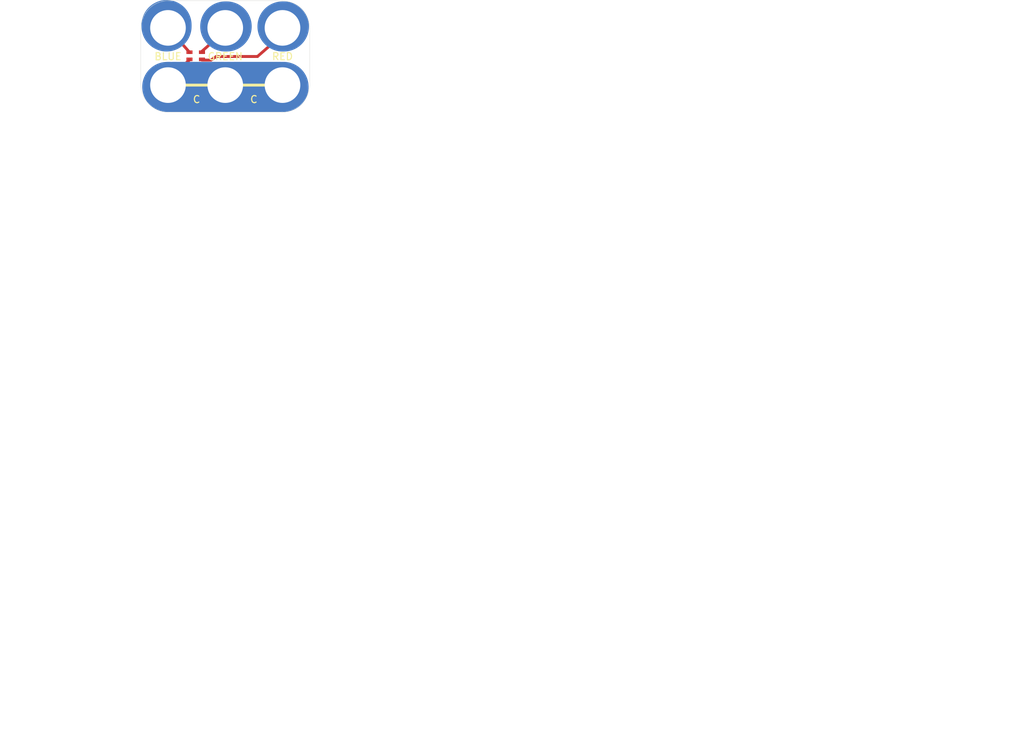
<source format=kicad_pcb>
(kicad_pcb (version 4) (host pcbnew 4.0.5-e0-6337~49~ubuntu16.04.1)

  (general
    (links 6)
    (no_connects 6)
    (area 1.3208 24.371199 144.165559 128.7018)
    (thickness 1.6)
    (drawings 1)
    (tracks 0)
    (zones 0)
    (modules 1)
    (nets 5)
  )

  (page USLetter)
  (title_block
    (title "2x3 LED RGB SMT")
    (date "21 Jan 2017")
    (rev v1.1)
    (company "All rights reserved.")
    (comment 1 help@browndoggadgets.com)
    (comment 2 http://browndoggadgets.com/)
    (comment 3 "Brown Dog Gadgets")
  )

  (layers
    (0 F.Cu signal)
    (31 B.Cu signal)
    (34 B.Paste user)
    (35 F.Paste user)
    (36 B.SilkS user)
    (37 F.SilkS user)
    (38 B.Mask user)
    (39 F.Mask user)
    (40 Dwgs.User user)
    (44 Edge.Cuts user)
    (46 B.CrtYd user)
    (47 F.CrtYd user)
    (48 B.Fab user)
    (49 F.Fab user)
  )

  (setup
    (last_trace_width 0.254)
    (user_trace_width 0.1524)
    (user_trace_width 0.254)
    (user_trace_width 0.3302)
    (user_trace_width 0.508)
    (user_trace_width 0.762)
    (user_trace_width 1.27)
    (trace_clearance 0.254)
    (zone_clearance 0.508)
    (zone_45_only no)
    (trace_min 0.1524)
    (segment_width 0.1524)
    (edge_width 0.1524)
    (via_size 0.6858)
    (via_drill 0.3302)
    (via_min_size 0.6858)
    (via_min_drill 0.3302)
    (user_via 0.6858 0.3302)
    (user_via 0.762 0.4064)
    (user_via 0.8636 0.508)
    (uvia_size 0.6858)
    (uvia_drill 0.3302)
    (uvias_allowed no)
    (uvia_min_size 0)
    (uvia_min_drill 0)
    (pcb_text_width 0.1524)
    (pcb_text_size 1.016 1.016)
    (mod_edge_width 0.1524)
    (mod_text_size 1.016 1.016)
    (mod_text_width 0.1524)
    (pad_size 1.524 1.524)
    (pad_drill 0.762)
    (pad_to_mask_clearance 0.0762)
    (solder_mask_min_width 0.1016)
    (pad_to_paste_clearance -0.0762)
    (aux_axis_origin 0 0)
    (visible_elements FFFEDF7D)
    (pcbplotparams
      (layerselection 0x310fc_80000001)
      (usegerberextensions true)
      (excludeedgelayer true)
      (linewidth 0.100000)
      (plotframeref false)
      (viasonmask false)
      (mode 1)
      (useauxorigin false)
      (hpglpennumber 1)
      (hpglpenspeed 20)
      (hpglpendiameter 15)
      (hpglpenoverlay 2)
      (psnegative false)
      (psa4output false)
      (plotreference true)
      (plotvalue true)
      (plotinvisibletext false)
      (padsonsilk false)
      (subtractmaskfromsilk false)
      (outputformat 1)
      (mirror false)
      (drillshape 0)
      (scaleselection 1)
      (outputdirectory gerbers))
  )

  (net 0 "")
  (net 1 VCC)
  (net 2 /B)
  (net 3 /R)
  (net 4 /G)

  (net_class Default "This is the default net class."
    (clearance 0.254)
    (trace_width 0.254)
    (via_dia 0.6858)
    (via_drill 0.3302)
    (uvia_dia 0.6858)
    (uvia_drill 0.3302)
    (add_net /B)
    (add_net /G)
    (add_net /R)
    (add_net VCC)
  )

  (module Crazy_Circuits:LED-RGB-0606-2x3 (layer F.Cu) (tedit 592C2E28) (tstamp 588474CB)
    (at 24.7924 36.5252)
    (descr "2.54mm pitch through hole centered 2x2")
    (path /58831339)
    (fp_text reference LED1 (at 3.9 -2.3) (layer F.Fab)
      (effects (font (size 1 1) (thickness 0.15)))
    )
    (fp_text value QBLP600-RGB (at 4 6) (layer F.Fab) hide
      (effects (font (size 1 1) (thickness 0.15)))
    )
    (fp_line (start 5.8 -4.4) (end 5.8 -4.9) (layer F.Fab) (width 0.1))
    (fp_line (start 5.8 -4.4) (end 7.1 -5.7) (layer F.Fab) (width 0.1))
    (fp_text user "Polarity Mark" (at 10 -6.5) (layer F.Fab)
      (effects (font (size 1 1) (thickness 0.15)))
    )
    (fp_text user 1 (at 2 -5.2) (layer F.Fab)
      (effects (font (size 1 1) (thickness 0.15)))
    )
    (fp_text user C (at 12 2) (layer F.SilkS)
      (effects (font (size 1 1) (thickness 0.15)))
    )
    (fp_text user C (at 4 2) (layer F.SilkS)
      (effects (font (size 1 1) (thickness 0.15)))
    )
    (fp_line (start 8 -8.2) (end 8.2 -8.2) (layer B.Cu) (width 7))
    (fp_circle (center 5.1 -4.1) (end 5.2 -4) (layer F.Fab) (width 0.1))
    (fp_line (start 4.8 -3.3) (end 4.8 -5) (layer F.Fab) (width 0.1))
    (fp_line (start 2.7 -3.3) (end 4.8 -3.3) (layer F.Fab) (width 0.1))
    (fp_line (start 2.7 -4.4) (end 2.7 -3.3) (layer F.Fab) (width 0.1))
    (fp_line (start 3.2 -5) (end 2.7 -4.4) (layer F.Fab) (width 0.1))
    (fp_line (start 3.2 -5) (end 4.8 -5) (layer F.Fab) (width 0.1))
    (fp_line (start 16 -11.8) (end 0.1 -11.8) (layer Edge.Cuts) (width 0.04064))
    (fp_line (start 16 3.8) (end 0.1 3.8) (layer Edge.Cuts) (width 0.04064))
    (fp_line (start 19.8 -0.1) (end 19.8 -7.9) (layer Edge.Cuts) (width 0.04064))
    (fp_line (start -3.8 -0.1) (end -3.8 -7.9) (layer Edge.Cuts) (width 0.04064))
    (fp_arc (start 15.9 -7.9) (end 15.9 -11.8) (angle 90) (layer Edge.Cuts) (width 0.04064))
    (fp_arc (start 15.9 -0.1) (end 19.8 -0.1) (angle 90) (layer Edge.Cuts) (width 0.04064))
    (fp_arc (start 0.1 -0.1) (end 0.1 3.8) (angle 90) (layer Edge.Cuts) (width 0.04064))
    (fp_arc (start 0.1 -7.9) (end -3.8 -7.9) (angle 90) (layer Edge.Cuts) (width 0.04064))
    (fp_line (start 16 -11.8) (end 0.1 -11.8) (layer F.Fab) (width 0.04064))
    (fp_line (start 16 3.8) (end 0.1 3.8) (layer F.Fab) (width 0.04064))
    (fp_line (start 19.8 -0.1) (end 19.8 -7.9) (layer F.Fab) (width 0.04064))
    (fp_line (start -3.8 -0.1) (end -3.8 -7.9) (layer F.Fab) (width 0.04064))
    (fp_arc (start 15.9 -7.9) (end 15.9 -11.8) (angle 90) (layer F.Fab) (width 0.04064))
    (fp_arc (start 15.9 -0.1) (end 19.8 -0.1) (angle 90) (layer F.Fab) (width 0.04064))
    (fp_arc (start 0.1 -0.1) (end 0.1 3.8) (angle 90) (layer F.Fab) (width 0.04064))
    (fp_arc (start 0.1 -7.9) (end -3.8 -7.9) (angle 90) (layer F.Fab) (width 0.04064))
    (fp_line (start -0.2 -8.2) (end -0.2 -8.4) (layer B.Cu) (width 7))
    (fp_line (start -0.2 -8.2) (end -0.2 -8.4) (layer B.Mask) (width 7))
    (fp_line (start 16.25 0.25) (end -0.25 0.25) (layer B.Mask) (width 7))
    (fp_line (start 3 -4.6) (end 0 -8) (layer F.Cu) (width 0.4))
    (fp_line (start 3.1 -3.6) (end -0.3 -0.6) (layer F.Cu) (width 0.4))
    (fp_line (start 4.6 -4.6) (end 8 -7.6) (layer F.Cu) (width 0.4))
    (fp_line (start 8 -8.2) (end 8.2 -8.2) (layer B.Mask) (width 7))
    (fp_line (start 16 -8.2) (end 16.2 -8.2) (layer B.Mask) (width 7))
    (fp_line (start 16 -8.2) (end 16.2 -8.2) (layer B.Cu) (width 7))
    (fp_line (start 4.75 -3.5) (end 6 -3.5) (layer F.Cu) (width 0.4))
    (fp_line (start 6 -3.5) (end 6.75 -4) (layer F.Cu) (width 0.4))
    (fp_line (start 6.75 -4) (end 12.5 -4) (layer F.Cu) (width 0.4))
    (fp_line (start 12.5 -4) (end 16.5 -7.5) (layer F.Cu) (width 0.4))
    (fp_line (start -0.1 0.25) (end 16.15 0.25) (layer B.Cu) (width 7))
    (fp_line (start 0.25 0) (end 16.5 0) (layer F.SilkS) (width 0.4))
    (fp_text user BLUE (at 0 -4) (layer F.SilkS)
      (effects (font (size 1 1) (thickness 0.15)))
    )
    (fp_text user RED (at 16 -4) (layer F.SilkS)
      (effects (font (size 1 1) (thickness 0.15)))
    )
    (fp_text user GREEN (at 8 -4) (layer F.SilkS)
      (effects (font (size 1 1) (thickness 0.15)))
    )
    (fp_line (start 6.3 -4.4) (end 5.8 -4.4) (layer F.Fab) (width 0.1))
    (pad 3 thru_hole circle (at 0 0) (size 6 6) (drill 4.98) (layers *.Cu *.Mask)
      (net 1 VCC))
    (pad 1 thru_hole circle (at 0 -8) (size 6 6) (drill 4.98) (layers *.Cu *.Mask)
      (net 2 /B))
    (pad 3 thru_hole circle (at 8 0) (size 6 6) (drill 4.98) (layers *.Cu *.Mask)
      (net 1 VCC))
    (pad 3 smd rect (at 3 -3.6) (size 0.85 0.5) (layers F.Cu F.Paste F.Mask)
      (net 1 VCC))
    (pad 1 smd rect (at 3 -4.6) (size 0.85 0.5) (layers F.Cu F.Paste F.Mask)
      (net 2 /B))
    (pad 4 smd rect (at 4.75 -3.6) (size 0.85 0.5) (layers F.Cu F.Paste F.Mask)
      (net 3 /R))
    (pad 2 smd rect (at 4.75 -4.6) (size 0.85 0.5) (layers F.Cu F.Paste F.Mask)
      (net 4 /G))
    (pad 2 thru_hole circle (at 8 -8) (size 6 6) (drill 4.98) (layers *.Cu *.Mask)
      (net 4 /G))
    (pad 4 thru_hole circle (at 16 -8) (size 6 6) (drill 4.98) (layers *.Cu *.Mask)
      (net 3 /R))
    (pad 3 thru_hole circle (at 16 0) (size 6 6) (drill 4.98) (layers *.Cu *.Mask)
      (net 1 VCC))
  )

  (gr_text "FABRICATION NOTES\n\n1. THIS IS A 2 LAYER BOARD. \n2. EXTERNAL LAYERS SHALL HAVE 1 OZ COPPER.\n3. MATERIAL: FR4 AND 0.062 INCH +/- 10% THICK.\n4. BOARDS SHALL BE ROHS COMPLIANT. \n5. MANUFACTURE IN ACCORDANCE WITH IPC-6012 CLASS 2\n6. MASK: BOTH SIDES OF THE BOARD SHALL HAVE \n   SOLDER MASK (BLACK) OVER BARE COPPER. \n7. SILK: BOTH SIDES OF THE BOARD SHALL HAVE WHITE SILK. \n   DO NOT PLACE SILK OVER BARE COPPER.\n8. FINISH: ENIG.\n9. MINIMUM TRACE WIDTH - 0.006 INCH.\n   MINIMUM SPACE - 0.006 INCH.\n   MINIMUM HOLE DIA - 0.013 INCH. \n10. MAX HOLE PLACEMENT TOLERANCE OF +/- 0.003 INCH.\n11. MAX HOLE DIAMETER TOLERANCE OF +/- 0.003 INCH AFTER PLATING." (at 1.3208 94.0308) (layer Dwgs.User)
    (effects (font (size 2.54 2.54) (thickness 0.254)) (justify left))
  )

)

</source>
